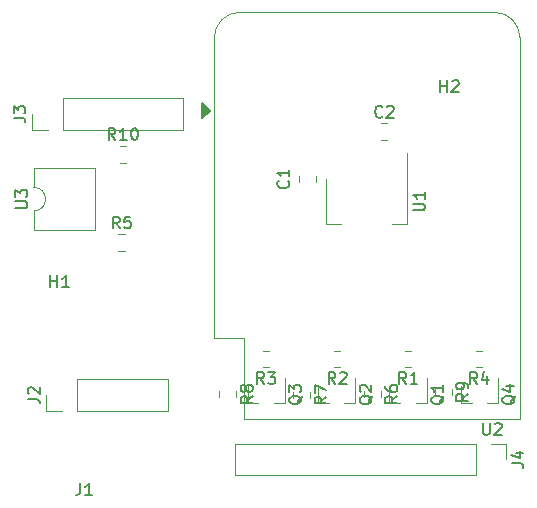
<source format=gbr>
G04 #@! TF.GenerationSoftware,KiCad,Pcbnew,5.1.2*
G04 #@! TF.CreationDate,2019-05-06T20:04:11+02:00*
G04 #@! TF.ProjectId,controlboard,636f6e74-726f-46c6-926f-6172642e6b69,rev?*
G04 #@! TF.SameCoordinates,Original*
G04 #@! TF.FileFunction,Legend,Top*
G04 #@! TF.FilePolarity,Positive*
%FSLAX46Y46*%
G04 Gerber Fmt 4.6, Leading zero omitted, Abs format (unit mm)*
G04 Created by KiCad (PCBNEW 5.1.2) date 2019-05-06 20:04:11*
%MOMM*%
%LPD*%
G04 APERTURE LIST*
%ADD10C,0.120000*%
%ADD11C,0.150000*%
G04 APERTURE END LIST*
D10*
X87710000Y-35238748D02*
X87710000Y-35761252D01*
X86290000Y-35238748D02*
X86290000Y-35761252D01*
X93238748Y-32210000D02*
X93761252Y-32210000D01*
X93238748Y-30790000D02*
X93761252Y-30790000D01*
X75150000Y-55130000D02*
X75150000Y-52470000D01*
X67470000Y-55130000D02*
X75150000Y-55130000D01*
X67470000Y-52470000D02*
X75150000Y-52470000D01*
X67470000Y-55130000D02*
X67470000Y-52470000D01*
X66200000Y-55130000D02*
X64870000Y-55130000D01*
X64870000Y-55130000D02*
X64870000Y-53800000D01*
X76490000Y-31330000D02*
X76490000Y-28670000D01*
X66270000Y-31330000D02*
X76490000Y-31330000D01*
X66270000Y-28670000D02*
X76490000Y-28670000D01*
X66270000Y-31330000D02*
X66270000Y-28670000D01*
X65000000Y-31330000D02*
X63670000Y-31330000D01*
X63670000Y-31330000D02*
X63670000Y-30000000D01*
X80850000Y-57920000D02*
X80850000Y-60580000D01*
X101230000Y-57920000D02*
X80850000Y-57920000D01*
X101230000Y-60580000D02*
X80850000Y-60580000D01*
X101230000Y-57920000D02*
X101230000Y-60580000D01*
X102500000Y-57920000D02*
X103830000Y-57920000D01*
X103830000Y-57920000D02*
X103830000Y-59250000D01*
X93920000Y-54510000D02*
X93920000Y-53050000D01*
X97080000Y-54510000D02*
X97080000Y-52350000D01*
X97080000Y-54510000D02*
X96150000Y-54510000D01*
X93920000Y-54510000D02*
X94850000Y-54510000D01*
X87870000Y-54510000D02*
X88800000Y-54510000D01*
X91030000Y-54510000D02*
X90100000Y-54510000D01*
X91030000Y-54510000D02*
X91030000Y-52350000D01*
X87870000Y-54510000D02*
X87870000Y-53050000D01*
X81920000Y-54510000D02*
X81920000Y-53050000D01*
X85080000Y-54510000D02*
X85080000Y-52350000D01*
X85080000Y-54510000D02*
X84150000Y-54510000D01*
X81920000Y-54510000D02*
X82850000Y-54510000D01*
X99970000Y-54510000D02*
X100900000Y-54510000D01*
X103130000Y-54510000D02*
X102200000Y-54510000D01*
X103130000Y-54510000D02*
X103130000Y-52350000D01*
X99970000Y-54510000D02*
X99970000Y-53050000D01*
X95786252Y-50040000D02*
X95263748Y-50040000D01*
X95786252Y-51460000D02*
X95263748Y-51460000D01*
X89786252Y-50040000D02*
X89263748Y-50040000D01*
X89786252Y-51460000D02*
X89263748Y-51460000D01*
X83736252Y-50040000D02*
X83213748Y-50040000D01*
X83736252Y-51460000D02*
X83213748Y-51460000D01*
X101786252Y-51460000D02*
X101263748Y-51460000D01*
X101786252Y-50040000D02*
X101263748Y-50040000D01*
X70994748Y-40184000D02*
X71517252Y-40184000D01*
X70994748Y-41604000D02*
X71517252Y-41604000D01*
X93210000Y-53463748D02*
X93210000Y-53986252D01*
X91790000Y-53463748D02*
X91790000Y-53986252D01*
X87210000Y-53513748D02*
X87210000Y-54036252D01*
X85790000Y-53513748D02*
X85790000Y-54036252D01*
X80960000Y-53463748D02*
X80960000Y-53986252D01*
X79540000Y-53463748D02*
X79540000Y-53986252D01*
X97790000Y-53263748D02*
X97790000Y-53786252D01*
X99210000Y-53263748D02*
X99210000Y-53786252D01*
X71112748Y-34111000D02*
X71635252Y-34111000D01*
X71112748Y-32691000D02*
X71635252Y-32691000D01*
X88590000Y-39310000D02*
X89850000Y-39310000D01*
X95410000Y-39310000D02*
X94150000Y-39310000D01*
X88590000Y-35550000D02*
X88590000Y-39310000D01*
X95410000Y-33300000D02*
X95410000Y-39310000D01*
X81655001Y-55855001D02*
X104975001Y-55855001D01*
X79115001Y-48955001D02*
X79115001Y-23525001D01*
X104975001Y-55855001D02*
X104975001Y-23525001D01*
X102855001Y-21395001D02*
X81245001Y-21395001D01*
D11*
G36*
X78075001Y-29100001D02*
G01*
X78075001Y-30370001D01*
X78710001Y-29735001D01*
X78075001Y-29100001D01*
G37*
X78075001Y-29100001D02*
X78075001Y-30370001D01*
X78710001Y-29735001D01*
X78075001Y-29100001D01*
D10*
X79115001Y-48955001D02*
X81655001Y-48955001D01*
X81655001Y-48955001D02*
X81655001Y-55855001D01*
X79115001Y-23525001D02*
G75*
G02X81245001Y-21395001I2130000J0D01*
G01*
X102845001Y-21395001D02*
G75*
G02X104975001Y-23525001I0J-2130000D01*
G01*
X63821000Y-36211000D02*
G75*
G02X63821000Y-38211000I0J-1000000D01*
G01*
X63821000Y-38211000D02*
X63821000Y-39861000D01*
X63821000Y-39861000D02*
X69021000Y-39861000D01*
X69021000Y-39861000D02*
X69021000Y-34561000D01*
X69021000Y-34561000D02*
X63821000Y-34561000D01*
X63821000Y-34561000D02*
X63821000Y-36211000D01*
D11*
X85357142Y-35666666D02*
X85404761Y-35714285D01*
X85452380Y-35857142D01*
X85452380Y-35952380D01*
X85404761Y-36095238D01*
X85309523Y-36190476D01*
X85214285Y-36238095D01*
X85023809Y-36285714D01*
X84880952Y-36285714D01*
X84690476Y-36238095D01*
X84595238Y-36190476D01*
X84500000Y-36095238D01*
X84452380Y-35952380D01*
X84452380Y-35857142D01*
X84500000Y-35714285D01*
X84547619Y-35666666D01*
X85452380Y-34714285D02*
X85452380Y-35285714D01*
X85452380Y-35000000D02*
X84452380Y-35000000D01*
X84595238Y-35095238D01*
X84690476Y-35190476D01*
X84738095Y-35285714D01*
X93333333Y-30207142D02*
X93285714Y-30254761D01*
X93142857Y-30302380D01*
X93047619Y-30302380D01*
X92904761Y-30254761D01*
X92809523Y-30159523D01*
X92761904Y-30064285D01*
X92714285Y-29873809D01*
X92714285Y-29730952D01*
X92761904Y-29540476D01*
X92809523Y-29445238D01*
X92904761Y-29350000D01*
X93047619Y-29302380D01*
X93142857Y-29302380D01*
X93285714Y-29350000D01*
X93333333Y-29397619D01*
X93714285Y-29397619D02*
X93761904Y-29350000D01*
X93857142Y-29302380D01*
X94095238Y-29302380D01*
X94190476Y-29350000D01*
X94238095Y-29397619D01*
X94285714Y-29492857D01*
X94285714Y-29588095D01*
X94238095Y-29730952D01*
X93666666Y-30302380D01*
X94285714Y-30302380D01*
X63322380Y-54133333D02*
X64036666Y-54133333D01*
X64179523Y-54180952D01*
X64274761Y-54276190D01*
X64322380Y-54419047D01*
X64322380Y-54514285D01*
X63417619Y-53704761D02*
X63370000Y-53657142D01*
X63322380Y-53561904D01*
X63322380Y-53323809D01*
X63370000Y-53228571D01*
X63417619Y-53180952D01*
X63512857Y-53133333D01*
X63608095Y-53133333D01*
X63750952Y-53180952D01*
X64322380Y-53752380D01*
X64322380Y-53133333D01*
X62122380Y-30333333D02*
X62836666Y-30333333D01*
X62979523Y-30380952D01*
X63074761Y-30476190D01*
X63122380Y-30619047D01*
X63122380Y-30714285D01*
X62122380Y-29952380D02*
X62122380Y-29333333D01*
X62503333Y-29666666D01*
X62503333Y-29523809D01*
X62550952Y-29428571D01*
X62598571Y-29380952D01*
X62693809Y-29333333D01*
X62931904Y-29333333D01*
X63027142Y-29380952D01*
X63074761Y-29428571D01*
X63122380Y-29523809D01*
X63122380Y-29809523D01*
X63074761Y-29904761D01*
X63027142Y-29952380D01*
X104282380Y-59583333D02*
X104996666Y-59583333D01*
X105139523Y-59630952D01*
X105234761Y-59726190D01*
X105282380Y-59869047D01*
X105282380Y-59964285D01*
X104615714Y-58678571D02*
X105282380Y-58678571D01*
X104234761Y-58916666D02*
X104949047Y-59154761D01*
X104949047Y-58535714D01*
X98547619Y-53845238D02*
X98500000Y-53940476D01*
X98404761Y-54035714D01*
X98261904Y-54178571D01*
X98214285Y-54273809D01*
X98214285Y-54369047D01*
X98452380Y-54321428D02*
X98404761Y-54416666D01*
X98309523Y-54511904D01*
X98119047Y-54559523D01*
X97785714Y-54559523D01*
X97595238Y-54511904D01*
X97500000Y-54416666D01*
X97452380Y-54321428D01*
X97452380Y-54130952D01*
X97500000Y-54035714D01*
X97595238Y-53940476D01*
X97785714Y-53892857D01*
X98119047Y-53892857D01*
X98309523Y-53940476D01*
X98404761Y-54035714D01*
X98452380Y-54130952D01*
X98452380Y-54321428D01*
X98452380Y-52940476D02*
X98452380Y-53511904D01*
X98452380Y-53226190D02*
X97452380Y-53226190D01*
X97595238Y-53321428D01*
X97690476Y-53416666D01*
X97738095Y-53511904D01*
X92497619Y-53845238D02*
X92450000Y-53940476D01*
X92354761Y-54035714D01*
X92211904Y-54178571D01*
X92164285Y-54273809D01*
X92164285Y-54369047D01*
X92402380Y-54321428D02*
X92354761Y-54416666D01*
X92259523Y-54511904D01*
X92069047Y-54559523D01*
X91735714Y-54559523D01*
X91545238Y-54511904D01*
X91450000Y-54416666D01*
X91402380Y-54321428D01*
X91402380Y-54130952D01*
X91450000Y-54035714D01*
X91545238Y-53940476D01*
X91735714Y-53892857D01*
X92069047Y-53892857D01*
X92259523Y-53940476D01*
X92354761Y-54035714D01*
X92402380Y-54130952D01*
X92402380Y-54321428D01*
X91497619Y-53511904D02*
X91450000Y-53464285D01*
X91402380Y-53369047D01*
X91402380Y-53130952D01*
X91450000Y-53035714D01*
X91497619Y-52988095D01*
X91592857Y-52940476D01*
X91688095Y-52940476D01*
X91830952Y-52988095D01*
X92402380Y-53559523D01*
X92402380Y-52940476D01*
X86547619Y-53845238D02*
X86500000Y-53940476D01*
X86404761Y-54035714D01*
X86261904Y-54178571D01*
X86214285Y-54273809D01*
X86214285Y-54369047D01*
X86452380Y-54321428D02*
X86404761Y-54416666D01*
X86309523Y-54511904D01*
X86119047Y-54559523D01*
X85785714Y-54559523D01*
X85595238Y-54511904D01*
X85500000Y-54416666D01*
X85452380Y-54321428D01*
X85452380Y-54130952D01*
X85500000Y-54035714D01*
X85595238Y-53940476D01*
X85785714Y-53892857D01*
X86119047Y-53892857D01*
X86309523Y-53940476D01*
X86404761Y-54035714D01*
X86452380Y-54130952D01*
X86452380Y-54321428D01*
X85452380Y-53559523D02*
X85452380Y-52940476D01*
X85833333Y-53273809D01*
X85833333Y-53130952D01*
X85880952Y-53035714D01*
X85928571Y-52988095D01*
X86023809Y-52940476D01*
X86261904Y-52940476D01*
X86357142Y-52988095D01*
X86404761Y-53035714D01*
X86452380Y-53130952D01*
X86452380Y-53416666D01*
X86404761Y-53511904D01*
X86357142Y-53559523D01*
X104597619Y-53845238D02*
X104550000Y-53940476D01*
X104454761Y-54035714D01*
X104311904Y-54178571D01*
X104264285Y-54273809D01*
X104264285Y-54369047D01*
X104502380Y-54321428D02*
X104454761Y-54416666D01*
X104359523Y-54511904D01*
X104169047Y-54559523D01*
X103835714Y-54559523D01*
X103645238Y-54511904D01*
X103550000Y-54416666D01*
X103502380Y-54321428D01*
X103502380Y-54130952D01*
X103550000Y-54035714D01*
X103645238Y-53940476D01*
X103835714Y-53892857D01*
X104169047Y-53892857D01*
X104359523Y-53940476D01*
X104454761Y-54035714D01*
X104502380Y-54130952D01*
X104502380Y-54321428D01*
X103835714Y-53035714D02*
X104502380Y-53035714D01*
X103454761Y-53273809D02*
X104169047Y-53511904D01*
X104169047Y-52892857D01*
X95358333Y-52852380D02*
X95025000Y-52376190D01*
X94786904Y-52852380D02*
X94786904Y-51852380D01*
X95167857Y-51852380D01*
X95263095Y-51900000D01*
X95310714Y-51947619D01*
X95358333Y-52042857D01*
X95358333Y-52185714D01*
X95310714Y-52280952D01*
X95263095Y-52328571D01*
X95167857Y-52376190D01*
X94786904Y-52376190D01*
X96310714Y-52852380D02*
X95739285Y-52852380D01*
X96025000Y-52852380D02*
X96025000Y-51852380D01*
X95929761Y-51995238D01*
X95834523Y-52090476D01*
X95739285Y-52138095D01*
X89358333Y-52852380D02*
X89025000Y-52376190D01*
X88786904Y-52852380D02*
X88786904Y-51852380D01*
X89167857Y-51852380D01*
X89263095Y-51900000D01*
X89310714Y-51947619D01*
X89358333Y-52042857D01*
X89358333Y-52185714D01*
X89310714Y-52280952D01*
X89263095Y-52328571D01*
X89167857Y-52376190D01*
X88786904Y-52376190D01*
X89739285Y-51947619D02*
X89786904Y-51900000D01*
X89882142Y-51852380D01*
X90120238Y-51852380D01*
X90215476Y-51900000D01*
X90263095Y-51947619D01*
X90310714Y-52042857D01*
X90310714Y-52138095D01*
X90263095Y-52280952D01*
X89691666Y-52852380D01*
X90310714Y-52852380D01*
X83308333Y-52852380D02*
X82975000Y-52376190D01*
X82736904Y-52852380D02*
X82736904Y-51852380D01*
X83117857Y-51852380D01*
X83213095Y-51900000D01*
X83260714Y-51947619D01*
X83308333Y-52042857D01*
X83308333Y-52185714D01*
X83260714Y-52280952D01*
X83213095Y-52328571D01*
X83117857Y-52376190D01*
X82736904Y-52376190D01*
X83641666Y-51852380D02*
X84260714Y-51852380D01*
X83927380Y-52233333D01*
X84070238Y-52233333D01*
X84165476Y-52280952D01*
X84213095Y-52328571D01*
X84260714Y-52423809D01*
X84260714Y-52661904D01*
X84213095Y-52757142D01*
X84165476Y-52804761D01*
X84070238Y-52852380D01*
X83784523Y-52852380D01*
X83689285Y-52804761D01*
X83641666Y-52757142D01*
X101358333Y-52852380D02*
X101025000Y-52376190D01*
X100786904Y-52852380D02*
X100786904Y-51852380D01*
X101167857Y-51852380D01*
X101263095Y-51900000D01*
X101310714Y-51947619D01*
X101358333Y-52042857D01*
X101358333Y-52185714D01*
X101310714Y-52280952D01*
X101263095Y-52328571D01*
X101167857Y-52376190D01*
X100786904Y-52376190D01*
X102215476Y-52185714D02*
X102215476Y-52852380D01*
X101977380Y-51804761D02*
X101739285Y-52519047D01*
X102358333Y-52519047D01*
X71089333Y-39696380D02*
X70756000Y-39220190D01*
X70517904Y-39696380D02*
X70517904Y-38696380D01*
X70898857Y-38696380D01*
X70994095Y-38744000D01*
X71041714Y-38791619D01*
X71089333Y-38886857D01*
X71089333Y-39029714D01*
X71041714Y-39124952D01*
X70994095Y-39172571D01*
X70898857Y-39220190D01*
X70517904Y-39220190D01*
X71994095Y-38696380D02*
X71517904Y-38696380D01*
X71470285Y-39172571D01*
X71517904Y-39124952D01*
X71613142Y-39077333D01*
X71851238Y-39077333D01*
X71946476Y-39124952D01*
X71994095Y-39172571D01*
X72041714Y-39267809D01*
X72041714Y-39505904D01*
X71994095Y-39601142D01*
X71946476Y-39648761D01*
X71851238Y-39696380D01*
X71613142Y-39696380D01*
X71517904Y-39648761D01*
X71470285Y-39601142D01*
X94602380Y-53891666D02*
X94126190Y-54225000D01*
X94602380Y-54463095D02*
X93602380Y-54463095D01*
X93602380Y-54082142D01*
X93650000Y-53986904D01*
X93697619Y-53939285D01*
X93792857Y-53891666D01*
X93935714Y-53891666D01*
X94030952Y-53939285D01*
X94078571Y-53986904D01*
X94126190Y-54082142D01*
X94126190Y-54463095D01*
X93602380Y-53034523D02*
X93602380Y-53225000D01*
X93650000Y-53320238D01*
X93697619Y-53367857D01*
X93840476Y-53463095D01*
X94030952Y-53510714D01*
X94411904Y-53510714D01*
X94507142Y-53463095D01*
X94554761Y-53415476D01*
X94602380Y-53320238D01*
X94602380Y-53129761D01*
X94554761Y-53034523D01*
X94507142Y-52986904D01*
X94411904Y-52939285D01*
X94173809Y-52939285D01*
X94078571Y-52986904D01*
X94030952Y-53034523D01*
X93983333Y-53129761D01*
X93983333Y-53320238D01*
X94030952Y-53415476D01*
X94078571Y-53463095D01*
X94173809Y-53510714D01*
X88602380Y-53941666D02*
X88126190Y-54275000D01*
X88602380Y-54513095D02*
X87602380Y-54513095D01*
X87602380Y-54132142D01*
X87650000Y-54036904D01*
X87697619Y-53989285D01*
X87792857Y-53941666D01*
X87935714Y-53941666D01*
X88030952Y-53989285D01*
X88078571Y-54036904D01*
X88126190Y-54132142D01*
X88126190Y-54513095D01*
X87602380Y-53608333D02*
X87602380Y-52941666D01*
X88602380Y-53370238D01*
X82352380Y-53891666D02*
X81876190Y-54225000D01*
X82352380Y-54463095D02*
X81352380Y-54463095D01*
X81352380Y-54082142D01*
X81400000Y-53986904D01*
X81447619Y-53939285D01*
X81542857Y-53891666D01*
X81685714Y-53891666D01*
X81780952Y-53939285D01*
X81828571Y-53986904D01*
X81876190Y-54082142D01*
X81876190Y-54463095D01*
X81780952Y-53320238D02*
X81733333Y-53415476D01*
X81685714Y-53463095D01*
X81590476Y-53510714D01*
X81542857Y-53510714D01*
X81447619Y-53463095D01*
X81400000Y-53415476D01*
X81352380Y-53320238D01*
X81352380Y-53129761D01*
X81400000Y-53034523D01*
X81447619Y-52986904D01*
X81542857Y-52939285D01*
X81590476Y-52939285D01*
X81685714Y-52986904D01*
X81733333Y-53034523D01*
X81780952Y-53129761D01*
X81780952Y-53320238D01*
X81828571Y-53415476D01*
X81876190Y-53463095D01*
X81971428Y-53510714D01*
X82161904Y-53510714D01*
X82257142Y-53463095D01*
X82304761Y-53415476D01*
X82352380Y-53320238D01*
X82352380Y-53129761D01*
X82304761Y-53034523D01*
X82257142Y-52986904D01*
X82161904Y-52939285D01*
X81971428Y-52939285D01*
X81876190Y-52986904D01*
X81828571Y-53034523D01*
X81780952Y-53129761D01*
X100602380Y-53691666D02*
X100126190Y-54025000D01*
X100602380Y-54263095D02*
X99602380Y-54263095D01*
X99602380Y-53882142D01*
X99650000Y-53786904D01*
X99697619Y-53739285D01*
X99792857Y-53691666D01*
X99935714Y-53691666D01*
X100030952Y-53739285D01*
X100078571Y-53786904D01*
X100126190Y-53882142D01*
X100126190Y-54263095D01*
X100602380Y-53215476D02*
X100602380Y-53025000D01*
X100554761Y-52929761D01*
X100507142Y-52882142D01*
X100364285Y-52786904D01*
X100173809Y-52739285D01*
X99792857Y-52739285D01*
X99697619Y-52786904D01*
X99650000Y-52834523D01*
X99602380Y-52929761D01*
X99602380Y-53120238D01*
X99650000Y-53215476D01*
X99697619Y-53263095D01*
X99792857Y-53310714D01*
X100030952Y-53310714D01*
X100126190Y-53263095D01*
X100173809Y-53215476D01*
X100221428Y-53120238D01*
X100221428Y-52929761D01*
X100173809Y-52834523D01*
X100126190Y-52786904D01*
X100030952Y-52739285D01*
X70731142Y-32203380D02*
X70397809Y-31727190D01*
X70159714Y-32203380D02*
X70159714Y-31203380D01*
X70540666Y-31203380D01*
X70635904Y-31251000D01*
X70683523Y-31298619D01*
X70731142Y-31393857D01*
X70731142Y-31536714D01*
X70683523Y-31631952D01*
X70635904Y-31679571D01*
X70540666Y-31727190D01*
X70159714Y-31727190D01*
X71683523Y-32203380D02*
X71112095Y-32203380D01*
X71397809Y-32203380D02*
X71397809Y-31203380D01*
X71302571Y-31346238D01*
X71207333Y-31441476D01*
X71112095Y-31489095D01*
X72302571Y-31203380D02*
X72397809Y-31203380D01*
X72493047Y-31251000D01*
X72540666Y-31298619D01*
X72588285Y-31393857D01*
X72635904Y-31584333D01*
X72635904Y-31822428D01*
X72588285Y-32012904D01*
X72540666Y-32108142D01*
X72493047Y-32155761D01*
X72397809Y-32203380D01*
X72302571Y-32203380D01*
X72207333Y-32155761D01*
X72159714Y-32108142D01*
X72112095Y-32012904D01*
X72064476Y-31822428D01*
X72064476Y-31584333D01*
X72112095Y-31393857D01*
X72159714Y-31298619D01*
X72207333Y-31251000D01*
X72302571Y-31203380D01*
X95952380Y-38161904D02*
X96761904Y-38161904D01*
X96857142Y-38114285D01*
X96904761Y-38066666D01*
X96952380Y-37971428D01*
X96952380Y-37780952D01*
X96904761Y-37685714D01*
X96857142Y-37638095D01*
X96761904Y-37590476D01*
X95952380Y-37590476D01*
X96952380Y-36590476D02*
X96952380Y-37161904D01*
X96952380Y-36876190D02*
X95952380Y-36876190D01*
X96095238Y-36971428D01*
X96190476Y-37066666D01*
X96238095Y-37161904D01*
X101853096Y-56187381D02*
X101853096Y-56996905D01*
X101900715Y-57092143D01*
X101948334Y-57139762D01*
X102043572Y-57187381D01*
X102234048Y-57187381D01*
X102329286Y-57139762D01*
X102376905Y-57092143D01*
X102424524Y-56996905D01*
X102424524Y-56187381D01*
X102853096Y-56282620D02*
X102900715Y-56235001D01*
X102995953Y-56187381D01*
X103234048Y-56187381D01*
X103329286Y-56235001D01*
X103376905Y-56282620D01*
X103424524Y-56377858D01*
X103424524Y-56473096D01*
X103376905Y-56615953D01*
X102805477Y-57187381D01*
X103424524Y-57187381D01*
X62273380Y-37972904D02*
X63082904Y-37972904D01*
X63178142Y-37925285D01*
X63225761Y-37877666D01*
X63273380Y-37782428D01*
X63273380Y-37591952D01*
X63225761Y-37496714D01*
X63178142Y-37449095D01*
X63082904Y-37401476D01*
X62273380Y-37401476D01*
X62273380Y-37020523D02*
X62273380Y-36401476D01*
X62654333Y-36734809D01*
X62654333Y-36591952D01*
X62701952Y-36496714D01*
X62749571Y-36449095D01*
X62844809Y-36401476D01*
X63082904Y-36401476D01*
X63178142Y-36449095D01*
X63225761Y-36496714D01*
X63273380Y-36591952D01*
X63273380Y-36877666D01*
X63225761Y-36972904D01*
X63178142Y-37020523D01*
X67761666Y-61262380D02*
X67761666Y-61976666D01*
X67714047Y-62119523D01*
X67618809Y-62214761D01*
X67475952Y-62262380D01*
X67380714Y-62262380D01*
X68761666Y-62262380D02*
X68190238Y-62262380D01*
X68475952Y-62262380D02*
X68475952Y-61262380D01*
X68380714Y-61405238D01*
X68285476Y-61500476D01*
X68190238Y-61548095D01*
X65238095Y-44652380D02*
X65238095Y-43652380D01*
X65238095Y-44128571D02*
X65809523Y-44128571D01*
X65809523Y-44652380D02*
X65809523Y-43652380D01*
X66809523Y-44652380D02*
X66238095Y-44652380D01*
X66523809Y-44652380D02*
X66523809Y-43652380D01*
X66428571Y-43795238D01*
X66333333Y-43890476D01*
X66238095Y-43938095D01*
X98238095Y-28152380D02*
X98238095Y-27152380D01*
X98238095Y-27628571D02*
X98809523Y-27628571D01*
X98809523Y-28152380D02*
X98809523Y-27152380D01*
X99238095Y-27247619D02*
X99285714Y-27200000D01*
X99380952Y-27152380D01*
X99619047Y-27152380D01*
X99714285Y-27200000D01*
X99761904Y-27247619D01*
X99809523Y-27342857D01*
X99809523Y-27438095D01*
X99761904Y-27580952D01*
X99190476Y-28152380D01*
X99809523Y-28152380D01*
M02*

</source>
